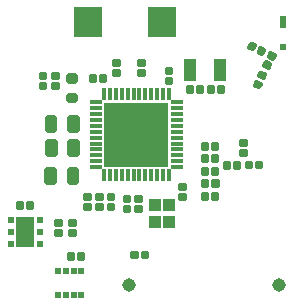
<source format=gbr>
G04 EAGLE Gerber RS-274X export*
G75*
%MOMM*%
%FSLAX34Y34*%
%LPD*%
%INSoldermask Top*%
%IPPOS*%
%AMOC8*
5,1,8,0,0,1.08239X$1,22.5*%
G01*
%ADD10R,0.977000X0.427000*%
%ADD11R,0.427000X0.977000*%
%ADD12R,5.377000X5.377000*%
%ADD13C,0.406869*%
%ADD14C,0.631119*%
%ADD15C,0.531859*%
%ADD16R,1.127000X1.927000*%
%ADD17R,0.977000X1.077000*%
%ADD18C,0.400200*%
%ADD19R,0.627000X0.627000*%
%ADD20R,0.627000X1.027000*%
%ADD21R,2.495000X2.530600*%
%ADD22R,1.577000X2.527000*%
%ADD23R,0.477000X0.627000*%
%ADD24C,1.143000*%


D10*
X149816Y116010D03*
X149816Y121010D03*
X149816Y126010D03*
X149816Y131010D03*
X149816Y136010D03*
X149816Y141010D03*
X149816Y146010D03*
X149816Y151010D03*
X149816Y156010D03*
X149816Y161010D03*
X149816Y166010D03*
X149816Y171010D03*
D11*
X142816Y178010D03*
X137816Y178010D03*
X132816Y178010D03*
X127816Y178010D03*
X122816Y178010D03*
X117816Y178010D03*
X112816Y178010D03*
X107816Y178010D03*
X102816Y178010D03*
X97816Y178010D03*
X92816Y178010D03*
X87816Y178010D03*
D10*
X80816Y171010D03*
X80816Y166010D03*
X80816Y161010D03*
X80816Y156010D03*
X80816Y151010D03*
X80816Y146010D03*
X80816Y141010D03*
X80816Y136010D03*
X80816Y131010D03*
X80816Y126010D03*
X80816Y121010D03*
X80816Y116010D03*
D11*
X87816Y109010D03*
X92816Y109010D03*
X97816Y109010D03*
X102816Y109010D03*
X107816Y109010D03*
X112816Y109010D03*
X117816Y109010D03*
X122816Y109010D03*
X127816Y109010D03*
X132816Y109010D03*
X137816Y109010D03*
X142816Y109010D03*
D12*
X115316Y143510D03*
D13*
X47702Y192102D02*
X47702Y194704D01*
X47702Y192102D02*
X44500Y192102D01*
X44500Y194704D01*
X47702Y194704D01*
X44500Y186104D02*
X44500Y183502D01*
X44500Y186104D02*
X47702Y186104D01*
X47702Y183502D01*
X44500Y183502D01*
X37415Y192102D02*
X37415Y194704D01*
X37415Y192102D02*
X34213Y192102D01*
X34213Y194704D01*
X37415Y194704D01*
X34213Y186104D02*
X34213Y183502D01*
X34213Y186104D02*
X37415Y186104D01*
X37415Y183502D01*
X34213Y183502D01*
X94946Y92596D02*
X94946Y89994D01*
X91744Y89994D01*
X91744Y92596D01*
X94946Y92596D01*
X91744Y83996D02*
X91744Y81394D01*
X91744Y83996D02*
X94946Y83996D01*
X94946Y81394D01*
X91744Y81394D01*
X81965Y81267D02*
X81965Y83869D01*
X85167Y83869D01*
X85167Y81267D01*
X81965Y81267D01*
X85167Y89867D02*
X85167Y92469D01*
X85167Y89867D02*
X81965Y89867D01*
X81965Y92469D01*
X85167Y92469D01*
X79424Y193371D02*
X76822Y193371D01*
X79424Y193371D02*
X79424Y190169D01*
X76822Y190169D01*
X76822Y193371D01*
X85422Y190169D02*
X88024Y190169D01*
X85422Y190169D02*
X85422Y193371D01*
X88024Y193371D01*
X88024Y190169D01*
X176771Y184100D02*
X179373Y184100D01*
X179373Y180898D01*
X176771Y180898D01*
X176771Y184100D01*
X185371Y180898D02*
X187973Y180898D01*
X185371Y180898D02*
X185371Y184100D01*
X187973Y184100D01*
X187973Y180898D01*
X170066Y180898D02*
X167464Y180898D01*
X167464Y184100D01*
X170066Y184100D01*
X170066Y180898D01*
X161466Y184100D02*
X158864Y184100D01*
X161466Y184100D02*
X161466Y180898D01*
X158864Y180898D01*
X158864Y184100D01*
X140893Y188328D02*
X140893Y190930D01*
X144095Y190930D01*
X144095Y188328D01*
X140893Y188328D01*
X144095Y196928D02*
X144095Y199530D01*
X144095Y196928D02*
X140893Y196928D01*
X140893Y199530D01*
X144095Y199530D01*
X96189Y197280D02*
X96189Y194678D01*
X96189Y197280D02*
X99391Y197280D01*
X99391Y194678D01*
X96189Y194678D01*
X99391Y203278D02*
X99391Y205880D01*
X99391Y203278D02*
X96189Y203278D01*
X96189Y205880D01*
X99391Y205880D01*
X108535Y90691D02*
X108535Y88089D01*
X105333Y88089D01*
X105333Y90691D01*
X108535Y90691D01*
X105333Y82091D02*
X105333Y79489D01*
X105333Y82091D02*
X108535Y82091D01*
X108535Y79489D01*
X105333Y79489D01*
X75007Y89867D02*
X75007Y92469D01*
X75007Y89867D02*
X71805Y89867D01*
X71805Y92469D01*
X75007Y92469D01*
X71805Y83869D02*
X71805Y81267D01*
X71805Y83869D02*
X75007Y83869D01*
X75007Y81267D01*
X71805Y81267D01*
D14*
X63646Y104640D02*
X58686Y104640D01*
X58686Y113800D01*
X63646Y113800D01*
X63646Y104640D01*
X63646Y110635D02*
X58686Y110635D01*
X44946Y113800D02*
X39986Y113800D01*
X44946Y113800D02*
X44946Y104640D01*
X39986Y104640D01*
X39986Y113800D01*
X39986Y110635D02*
X44946Y110635D01*
X45073Y157488D02*
X40113Y157488D01*
X45073Y157488D02*
X45073Y148328D01*
X40113Y148328D01*
X40113Y157488D01*
X40113Y154323D02*
X45073Y154323D01*
X58813Y148328D02*
X63773Y148328D01*
X58813Y148328D02*
X58813Y157488D01*
X63773Y157488D01*
X63773Y148328D01*
X63773Y154323D02*
X58813Y154323D01*
D13*
X118187Y90691D02*
X118187Y88089D01*
X114985Y88089D01*
X114985Y90691D01*
X118187Y90691D01*
X114985Y82091D02*
X114985Y79489D01*
X114985Y82091D02*
X118187Y82091D01*
X118187Y79489D01*
X114985Y79489D01*
X155779Y98249D02*
X155779Y100851D01*
X155779Y98249D02*
X152577Y98249D01*
X152577Y100851D01*
X155779Y100851D01*
X152577Y92251D02*
X152577Y89649D01*
X152577Y92251D02*
X155779Y92251D01*
X155779Y89649D01*
X152577Y89649D01*
D15*
X58080Y172754D02*
X58080Y176606D01*
X63332Y176606D01*
X63332Y172754D01*
X58080Y172754D01*
X63332Y189154D02*
X63332Y193006D01*
X63332Y189154D02*
X58080Y189154D01*
X58080Y193006D01*
X63332Y193006D01*
D14*
X63900Y128262D02*
X58940Y128262D01*
X58940Y137422D01*
X63900Y137422D01*
X63900Y128262D01*
X63900Y134257D02*
X58940Y134257D01*
X45200Y137422D02*
X40240Y137422D01*
X45200Y137422D02*
X45200Y128262D01*
X40240Y128262D01*
X40240Y137422D01*
X40240Y134257D02*
X45200Y134257D01*
D16*
X185982Y198120D03*
X160982Y198120D03*
D17*
X142656Y69331D03*
X142656Y83831D03*
X131156Y83831D03*
X131156Y69331D03*
D18*
X171638Y121810D02*
X174306Y121810D01*
X171638Y121810D02*
X171638Y125078D01*
X174306Y125078D01*
X174306Y121810D01*
X180278Y121810D02*
X182946Y121810D01*
X180278Y121810D02*
X180278Y125078D01*
X182946Y125078D01*
X182946Y121810D01*
X174433Y132224D02*
X171765Y132224D01*
X171765Y135492D01*
X174433Y135492D01*
X174433Y132224D01*
X180405Y132224D02*
X183073Y132224D01*
X180405Y132224D02*
X180405Y135492D01*
X183073Y135492D01*
X183073Y132224D01*
X183073Y93582D02*
X180405Y93582D01*
X183073Y93582D02*
X183073Y90314D01*
X180405Y90314D01*
X180405Y93582D01*
X174433Y93582D02*
X171765Y93582D01*
X174433Y93582D02*
X174433Y90314D01*
X171765Y90314D01*
X171765Y93582D01*
X171765Y111142D02*
X174433Y111142D01*
X171765Y111142D02*
X171765Y114410D01*
X174433Y114410D01*
X174433Y111142D01*
X180405Y111142D02*
X183073Y111142D01*
X180405Y111142D02*
X180405Y114410D01*
X183073Y114410D01*
X183073Y111142D01*
X208722Y116603D02*
X211390Y116603D01*
X208722Y116603D02*
X208722Y119871D01*
X211390Y119871D01*
X211390Y116603D01*
X217362Y116603D02*
X220030Y116603D01*
X217362Y116603D02*
X217362Y119871D01*
X220030Y119871D01*
X220030Y116603D01*
X218578Y184427D02*
X219692Y186850D01*
X218578Y184427D02*
X215610Y185792D01*
X216724Y188215D01*
X219692Y186850D01*
X222188Y192277D02*
X223302Y194700D01*
X222188Y192277D02*
X219220Y193642D01*
X220334Y196065D01*
X223302Y194700D01*
X174560Y100728D02*
X171892Y100728D01*
X171892Y103996D01*
X174560Y103996D01*
X174560Y100728D01*
X180532Y100728D02*
X183200Y100728D01*
X180532Y100728D02*
X180532Y103996D01*
X183200Y103996D01*
X183200Y100728D01*
X190180Y116476D02*
X192848Y116476D01*
X190180Y116476D02*
X190180Y119744D01*
X192848Y119744D01*
X192848Y116476D01*
X198820Y116476D02*
X201488Y116476D01*
X198820Y116476D02*
X198820Y119744D01*
X201488Y119744D01*
X201488Y116476D01*
X206806Y126790D02*
X206834Y129457D01*
X206806Y126790D02*
X203540Y126825D01*
X203568Y129492D01*
X206834Y129457D01*
X206896Y135430D02*
X206924Y138097D01*
X206896Y135430D02*
X203630Y135465D01*
X203658Y138132D01*
X206924Y138097D01*
X117492Y203646D02*
X117492Y206314D01*
X120760Y206314D01*
X120760Y203646D01*
X117492Y203646D01*
X117492Y197674D02*
X117492Y195006D01*
X117492Y197674D02*
X120760Y197674D01*
X120760Y195006D01*
X117492Y195006D01*
X226633Y200922D02*
X227811Y203315D01*
X226633Y200922D02*
X223701Y202365D01*
X224879Y204758D01*
X227811Y203315D01*
X224948Y204724D02*
X224862Y204724D01*
X230448Y208674D02*
X231626Y211067D01*
X230448Y208674D02*
X227516Y210117D01*
X228694Y212510D01*
X231626Y211067D01*
X228763Y212476D02*
X228677Y212476D01*
D19*
X239082Y217859D03*
D20*
X239029Y238864D03*
D21*
X74115Y238789D03*
X136539Y238789D03*
D19*
X33836Y51341D03*
X33836Y61341D03*
X33836Y71341D03*
X8836Y51341D03*
X8836Y61341D03*
X8836Y71341D03*
D22*
X21209Y61325D03*
D13*
X66880Y38912D02*
X69482Y38912D01*
X66880Y38912D02*
X66880Y42114D01*
X69482Y42114D01*
X69482Y38912D01*
X60882Y42114D02*
X58280Y42114D01*
X60882Y42114D02*
X60882Y38912D01*
X58280Y38912D01*
X58280Y42114D01*
D23*
X55678Y28284D03*
X62178Y28284D03*
X68678Y28284D03*
X49178Y28284D03*
X62178Y7784D03*
X55678Y7784D03*
X49178Y7784D03*
X68678Y7784D03*
D13*
X17321Y85421D02*
X14719Y85421D01*
X17321Y85421D02*
X17321Y82219D01*
X14719Y82219D01*
X14719Y85421D01*
X23319Y82219D02*
X25921Y82219D01*
X23319Y82219D02*
X23319Y85421D01*
X25921Y85421D01*
X25921Y82219D01*
D24*
X109220Y16510D03*
X236220Y16510D03*
D18*
X123256Y43671D02*
X120588Y43671D01*
X123256Y43671D02*
X123256Y40403D01*
X120588Y40403D01*
X120588Y43671D01*
X114616Y43671D02*
X111948Y43671D01*
X114616Y43671D02*
X114616Y40403D01*
X111948Y40403D01*
X111948Y43671D01*
X50529Y59370D02*
X50529Y62038D01*
X50529Y59370D02*
X47261Y59370D01*
X47261Y62038D01*
X50529Y62038D01*
X50529Y68010D02*
X50529Y70678D01*
X50529Y68010D02*
X47261Y68010D01*
X47261Y70678D01*
X50529Y70678D01*
X62213Y62038D02*
X62213Y59370D01*
X58945Y59370D01*
X58945Y62038D01*
X62213Y62038D01*
X62213Y68010D02*
X62213Y70678D01*
X62213Y68010D02*
X58945Y68010D01*
X58945Y70678D01*
X62213Y70678D01*
X211002Y217733D02*
X213387Y216538D01*
X211002Y217733D02*
X212465Y220654D01*
X214850Y219459D01*
X213387Y216538D01*
X213092Y220340D02*
X212308Y220340D01*
X218728Y213865D02*
X221113Y212670D01*
X218728Y213865D02*
X220191Y216786D01*
X222576Y215591D01*
X221113Y212670D01*
X220818Y216472D02*
X220034Y216472D01*
M02*

</source>
